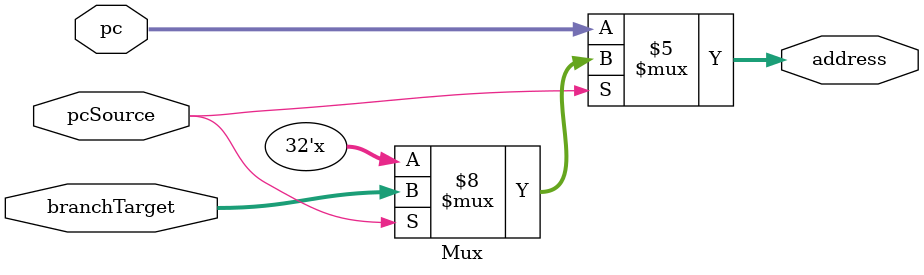
<source format=v>
`timescale 1ns / 1ps

module Mux(pc, branchTarget, pcSource, address);
	
	input [31:0] pc;
	input [31:0] branchTarget;
	input pcSource;
	
	output reg[31:0]address;
	
	
	always @(pcSource or pc or branchTarget)
	      begin
			
			//address = pcSource ? branchTarget : pc;
			if (pcSource == 1)
				address = branchTarget;
			if (pcSource == 0)
				address = pc;
				  
			end

endmodule

</source>
